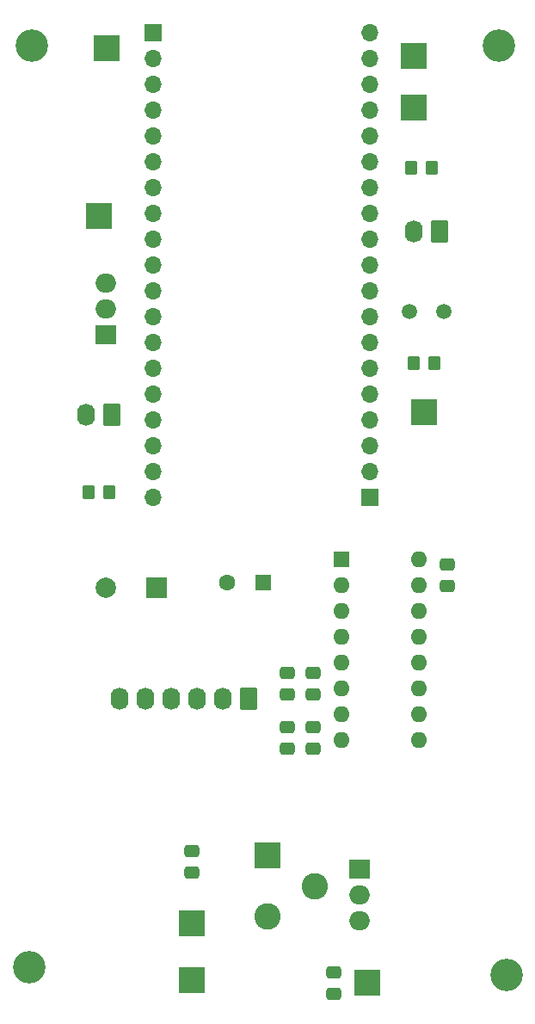
<source format=gts>
G04 #@! TF.GenerationSoftware,KiCad,Pcbnew,(6.0.10-0)*
G04 #@! TF.CreationDate,2023-04-16T19:02:18-05:00*
G04 #@! TF.ProjectId,v2.0,76322e30-2e6b-4696-9361-645f70636258,v2.0*
G04 #@! TF.SameCoordinates,Original*
G04 #@! TF.FileFunction,Soldermask,Top*
G04 #@! TF.FilePolarity,Negative*
%FSLAX46Y46*%
G04 Gerber Fmt 4.6, Leading zero omitted, Abs format (unit mm)*
G04 Created by KiCad (PCBNEW (6.0.10-0)) date 2023-04-16 19:02:18*
%MOMM*%
%LPD*%
G01*
G04 APERTURE LIST*
G04 Aperture macros list*
%AMRoundRect*
0 Rectangle with rounded corners*
0 $1 Rounding radius*
0 $2 $3 $4 $5 $6 $7 $8 $9 X,Y pos of 4 corners*
0 Add a 4 corners polygon primitive as box body*
4,1,4,$2,$3,$4,$5,$6,$7,$8,$9,$2,$3,0*
0 Add four circle primitives for the rounded corners*
1,1,$1+$1,$2,$3*
1,1,$1+$1,$4,$5*
1,1,$1+$1,$6,$7*
1,1,$1+$1,$8,$9*
0 Add four rect primitives between the rounded corners*
20,1,$1+$1,$2,$3,$4,$5,0*
20,1,$1+$1,$4,$5,$6,$7,0*
20,1,$1+$1,$6,$7,$8,$9,0*
20,1,$1+$1,$8,$9,$2,$3,0*%
G04 Aperture macros list end*
%ADD10RoundRect,0.250000X0.620000X0.845000X-0.620000X0.845000X-0.620000X-0.845000X0.620000X-0.845000X0*%
%ADD11O,1.740000X2.190000*%
%ADD12R,2.000000X2.000000*%
%ADD13C,2.000000*%
%ADD14RoundRect,0.250000X-0.475000X0.337500X-0.475000X-0.337500X0.475000X-0.337500X0.475000X0.337500X0*%
%ADD15R,2.500000X2.500000*%
%ADD16R,1.600000X1.600000*%
%ADD17C,1.600000*%
%ADD18O,1.600000X1.600000*%
%ADD19RoundRect,0.250000X0.475000X-0.337500X0.475000X0.337500X-0.475000X0.337500X-0.475000X-0.337500X0*%
%ADD20C,3.200000*%
%ADD21RoundRect,0.250000X-0.350000X-0.450000X0.350000X-0.450000X0.350000X0.450000X-0.350000X0.450000X0*%
%ADD22R,1.700000X1.700000*%
%ADD23O,1.700000X1.700000*%
%ADD24R,2.000000X1.905000*%
%ADD25O,2.000000X1.905000*%
%ADD26C,1.500000*%
%ADD27R,2.600000X2.600000*%
%ADD28C,2.600000*%
G04 APERTURE END LIST*
D10*
X213360000Y-101072000D03*
D11*
X210820000Y-101072000D03*
X208280000Y-101072000D03*
X205740000Y-101072000D03*
X203200000Y-101072000D03*
X200660000Y-101072000D03*
D12*
X204342248Y-90170000D03*
D13*
X199342248Y-90170000D03*
D14*
X207772000Y-116056500D03*
X207772000Y-118131500D03*
D15*
X225044000Y-129032000D03*
D16*
X214808134Y-89662000D03*
D17*
X211308134Y-89662000D03*
D15*
X207772000Y-123190000D03*
X230632000Y-72898000D03*
D16*
X222504000Y-87376000D03*
D18*
X222504000Y-89916000D03*
X222504000Y-92456000D03*
X222504000Y-94996000D03*
X222504000Y-97536000D03*
X222504000Y-100076000D03*
X222504000Y-102616000D03*
X222504000Y-105156000D03*
X230124000Y-105156000D03*
X230124000Y-102616000D03*
X230124000Y-100076000D03*
X230124000Y-97536000D03*
X230124000Y-94996000D03*
X230124000Y-92456000D03*
X230124000Y-89916000D03*
X230124000Y-87376000D03*
D19*
X217170000Y-105939500D03*
X217170000Y-103864500D03*
D20*
X237998000Y-36830000D03*
D21*
X229378000Y-48788000D03*
X231378000Y-48788000D03*
D15*
X229616000Y-37846000D03*
D22*
X203962000Y-35560000D03*
D23*
X203962000Y-38100000D03*
X203962000Y-40640000D03*
X203962000Y-43180000D03*
X203962000Y-45720000D03*
X203962000Y-48260000D03*
X203962000Y-50800000D03*
X203962000Y-53340000D03*
X203962000Y-55880000D03*
X203962000Y-58420000D03*
X203962000Y-60960000D03*
X203962000Y-63500000D03*
X203962000Y-66040000D03*
X203962000Y-68580000D03*
X203962000Y-71120000D03*
X203962000Y-73660000D03*
X203962000Y-76200000D03*
X203962000Y-78740000D03*
X203962000Y-81280000D03*
D21*
X231632000Y-68072000D03*
X229632000Y-68072000D03*
D10*
X232156000Y-55098000D03*
D11*
X229616000Y-55098000D03*
D19*
X232918000Y-89937500D03*
X232918000Y-87862500D03*
D21*
X197628000Y-80772000D03*
X199628000Y-80772000D03*
D24*
X199319000Y-65278000D03*
D25*
X199319000Y-62738000D03*
X199319000Y-60198000D03*
D23*
X225298000Y-35560000D03*
X225298000Y-38100000D03*
X225298000Y-40640000D03*
X225298000Y-43180000D03*
X225298000Y-45720000D03*
X225298000Y-48260000D03*
X225298000Y-50800000D03*
X225298000Y-53340000D03*
X225298000Y-55880000D03*
X225298000Y-58420000D03*
X225298000Y-60960000D03*
X225298000Y-63500000D03*
X225298000Y-66040000D03*
X225298000Y-68580000D03*
X225298000Y-71120000D03*
X225298000Y-73660000D03*
X225298000Y-76200000D03*
X225298000Y-78740000D03*
D22*
X225298000Y-81280000D03*
D19*
X219710000Y-100605500D03*
X219710000Y-98530500D03*
X219710000Y-105939500D03*
X219710000Y-103864500D03*
D26*
X232586000Y-62992000D03*
X229186000Y-62992000D03*
D15*
X199390000Y-37084000D03*
D25*
X224282000Y-122936000D03*
X224282000Y-120396000D03*
D24*
X224282000Y-117856000D03*
D20*
X238760000Y-128270000D03*
X191770000Y-127508000D03*
D15*
X207772000Y-128778000D03*
D10*
X199898000Y-73132000D03*
D11*
X197358000Y-73132000D03*
D20*
X192024000Y-36830000D03*
D14*
X221742000Y-130069500D03*
X221742000Y-127994500D03*
D15*
X229616000Y-42926000D03*
X198628000Y-53594000D03*
D19*
X217170000Y-100605500D03*
X217170000Y-98530500D03*
D27*
X215221000Y-116482000D03*
D28*
X215221000Y-122482000D03*
X219921000Y-119482000D03*
M02*

</source>
